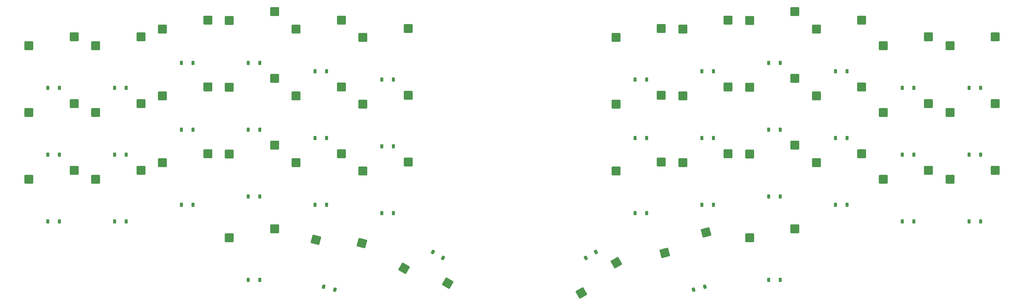
<source format=gbr>
%TF.GenerationSoftware,KiCad,Pcbnew,9.0.6*%
%TF.CreationDate,2025-12-07T00:05:39-06:00*%
%TF.ProjectId,SplitKeyboard,53706c69-744b-4657-9962-6f6172642e6b,rev?*%
%TF.SameCoordinates,Original*%
%TF.FileFunction,Paste,Bot*%
%TF.FilePolarity,Positive*%
%FSLAX46Y46*%
G04 Gerber Fmt 4.6, Leading zero omitted, Abs format (unit mm)*
G04 Created by KiCad (PCBNEW 9.0.6) date 2025-12-07 00:05:39*
%MOMM*%
%LPD*%
G01*
G04 APERTURE LIST*
G04 Aperture macros list*
%AMRoundRect*
0 Rectangle with rounded corners*
0 $1 Rounding radius*
0 $2 $3 $4 $5 $6 $7 $8 $9 X,Y pos of 4 corners*
0 Add a 4 corners polygon primitive as box body*
4,1,4,$2,$3,$4,$5,$6,$7,$8,$9,$2,$3,0*
0 Add four circle primitives for the rounded corners*
1,1,$1+$1,$2,$3*
1,1,$1+$1,$4,$5*
1,1,$1+$1,$6,$7*
1,1,$1+$1,$8,$9*
0 Add four rect primitives between the rounded corners*
20,1,$1+$1,$2,$3,$4,$5,0*
20,1,$1+$1,$4,$5,$6,$7,0*
20,1,$1+$1,$6,$7,$8,$9,0*
20,1,$1+$1,$8,$9,$2,$3,0*%
G04 Aperture macros list end*
%ADD10RoundRect,0.250000X-1.025000X-1.000000X1.025000X-1.000000X1.025000X1.000000X-1.025000X1.000000X0*%
%ADD11RoundRect,0.250000X-1.387676X-0.353525X0.387676X-1.378525X1.387676X0.353525X-0.387676X1.378525X0*%
%ADD12RoundRect,0.250000X-0.387676X-1.378525X1.387676X-0.353525X0.387676X1.378525X-1.387676X0.353525X0*%
%ADD13RoundRect,0.250000X-0.731255X-1.231215X1.248893X-0.700636X0.731255X1.231215X-1.248893X0.700636X0*%
%ADD14RoundRect,0.250000X-1.248893X-0.700636X0.731255X-1.231215X1.248893X0.700636X-0.731255X1.231215X0*%
%ADD15RoundRect,0.225000X0.225000X0.375000X-0.225000X0.375000X-0.225000X-0.375000X0.225000X-0.375000X0*%
%ADD16RoundRect,0.225000X0.007356X0.437260X-0.382356X0.212260X-0.007356X-0.437260X0.382356X-0.212260X0*%
%ADD17RoundRect,0.225000X0.314390X0.303988X-0.120276X0.420456X-0.314390X-0.303988X0.120276X-0.420456X0*%
%ADD18RoundRect,0.225000X0.382356X0.212260X-0.007356X0.437260X-0.382356X-0.212260X0.007356X-0.437260X0*%
%ADD19RoundRect,0.225000X0.120276X0.420456X-0.314390X0.303988X-0.120276X-0.420456X0.314390X-0.303988X0*%
G04 APERTURE END LIST*
D10*
%TO.C,SW22*%
X178430404Y-66347721D03*
X191357404Y-63807721D03*
%TD*%
D11*
%TO.C,SW21*%
X117996710Y-132201545D03*
X130461820Y-136465341D03*
%TD*%
D10*
%TO.C,SW37*%
X235580404Y-102066471D03*
X248507404Y-99526471D03*
%TD*%
%TO.C,SW1*%
X11002500Y-68728750D03*
X23929500Y-66188750D03*
%TD*%
%TO.C,SW36*%
X216530404Y-99685221D03*
X229457404Y-97145221D03*
%TD*%
%TO.C,SW23*%
X197480404Y-63966471D03*
X210407404Y-61426471D03*
%TD*%
%TO.C,SW35*%
X197480404Y-102066471D03*
X210407404Y-99526471D03*
%TD*%
%TO.C,SW16*%
X68152500Y-99685000D03*
X81079500Y-97145000D03*
%TD*%
%TO.C,SW15*%
X49102500Y-102066250D03*
X62029500Y-99526250D03*
%TD*%
%TO.C,SW38*%
X254630404Y-106828971D03*
X267557404Y-104288971D03*
%TD*%
%TO.C,SW9*%
X49102500Y-83016250D03*
X62029500Y-80476250D03*
%TD*%
%TO.C,SW30*%
X216530404Y-80635221D03*
X229457404Y-78095221D03*
%TD*%
%TO.C,SW27*%
X273680404Y-68728971D03*
X286607404Y-66188971D03*
%TD*%
%TO.C,SW26*%
X254630404Y-68728971D03*
X267557404Y-66188971D03*
%TD*%
%TO.C,SW4*%
X68152500Y-61585000D03*
X81079500Y-59045000D03*
%TD*%
%TO.C,SW18*%
X106252500Y-104447500D03*
X119179500Y-101907500D03*
%TD*%
%TO.C,SW42*%
X216530404Y-123497721D03*
X229457404Y-120957721D03*
%TD*%
%TO.C,SW31*%
X235580404Y-83016471D03*
X248507404Y-80476471D03*
%TD*%
%TO.C,SW32*%
X254630404Y-87778971D03*
X267557404Y-85238971D03*
%TD*%
D12*
%TO.C,SW40*%
X168584614Y-139286766D03*
X178509724Y-130623562D03*
%TD*%
D10*
%TO.C,SW39*%
X273680404Y-106828971D03*
X286607404Y-104288971D03*
%TD*%
%TO.C,SW10*%
X68152500Y-80635000D03*
X81079500Y-78095000D03*
%TD*%
%TO.C,SW33*%
X273680404Y-87778971D03*
X286607404Y-85238971D03*
%TD*%
%TO.C,SW14*%
X30052500Y-106828750D03*
X42979500Y-104288750D03*
%TD*%
D13*
%TO.C,SW41*%
X192301919Y-127799252D03*
X204131042Y-122000047D03*
%TD*%
D10*
%TO.C,SW8*%
X30052500Y-87778750D03*
X42979500Y-85238750D03*
%TD*%
%TO.C,SW29*%
X197480404Y-83016471D03*
X210407404Y-80476471D03*
%TD*%
%TO.C,SW17*%
X87202500Y-102066250D03*
X100129500Y-99526250D03*
%TD*%
%TO.C,SW6*%
X106252500Y-66347500D03*
X119179500Y-63807500D03*
%TD*%
%TO.C,SW12*%
X106252500Y-85397500D03*
X119179500Y-82857500D03*
%TD*%
%TO.C,SW28*%
X178430404Y-85397721D03*
X191357404Y-82857721D03*
%TD*%
%TO.C,SW2*%
X30052500Y-68728750D03*
X42979500Y-66188750D03*
%TD*%
%TO.C,SW19*%
X68152500Y-123497500D03*
X81079500Y-120957500D03*
%TD*%
%TO.C,SW7*%
X11002500Y-87778750D03*
X23929500Y-85238750D03*
%TD*%
%TO.C,SW24*%
X216530404Y-61585221D03*
X229457404Y-59045221D03*
%TD*%
%TO.C,SW11*%
X87202500Y-83016250D03*
X100129500Y-80476250D03*
%TD*%
%TO.C,SW13*%
X11002500Y-106828750D03*
X23929500Y-104288750D03*
%TD*%
%TO.C,SW3*%
X49102500Y-63966250D03*
X62029500Y-61426250D03*
%TD*%
%TO.C,SW5*%
X87202500Y-63966250D03*
X100129500Y-61426250D03*
%TD*%
%TO.C,SW25*%
X235580404Y-63966471D03*
X248507404Y-61426471D03*
%TD*%
%TO.C,SW34*%
X178430404Y-104447721D03*
X191357404Y-101907721D03*
%TD*%
D14*
%TO.C,SW20*%
X92863816Y-124131565D03*
X106007739Y-125023868D03*
%TD*%
D15*
%TO.C,D33*%
X282415404Y-99843971D03*
X279115404Y-99843971D03*
%TD*%
%TO.C,D36*%
X225265404Y-111750221D03*
X221965404Y-111750221D03*
%TD*%
%TO.C,D23*%
X206215404Y-76031471D03*
X202915404Y-76031471D03*
%TD*%
%TO.C,D10*%
X76887500Y-92700000D03*
X73587500Y-92700000D03*
%TD*%
%TO.C,D13*%
X19737500Y-118893750D03*
X16437500Y-118893750D03*
%TD*%
%TO.C,D26*%
X263365402Y-80793971D03*
X260065406Y-80793971D03*
%TD*%
D16*
%TO.C,D40*%
X172656845Y-127593971D03*
X169798963Y-129243971D03*
%TD*%
D15*
%TO.C,D38*%
X263365404Y-118893971D03*
X260065404Y-118893971D03*
%TD*%
%TO.C,D29*%
X206215404Y-95081471D03*
X202915404Y-95081471D03*
%TD*%
%TO.C,D39*%
X282415404Y-118893971D03*
X279115404Y-118893971D03*
%TD*%
%TO.C,D35*%
X206215404Y-114131471D03*
X202915404Y-114131471D03*
%TD*%
%TO.C,D16*%
X76887500Y-111750000D03*
X73587500Y-111750000D03*
%TD*%
%TO.C,D24*%
X225265404Y-73650221D03*
X221965404Y-73650221D03*
%TD*%
%TO.C,D28*%
X187165404Y-95081471D03*
X183865404Y-95081471D03*
%TD*%
%TO.C,D14*%
X38787500Y-118893750D03*
X35487500Y-118893750D03*
%TD*%
%TO.C,D18*%
X114987500Y-116512500D03*
X111687500Y-116512500D03*
%TD*%
D17*
%TO.C,D20*%
X98262528Y-138370800D03*
X95074972Y-137516700D03*
%TD*%
D15*
%TO.C,D1*%
X19737500Y-80793750D03*
X16437500Y-80793750D03*
%TD*%
%TO.C,D17*%
X95937500Y-114131250D03*
X92637500Y-114131250D03*
%TD*%
D18*
%TO.C,D21*%
X129053942Y-129243749D03*
X126196058Y-127593751D03*
%TD*%
D15*
%TO.C,D42*%
X225265404Y-135562721D03*
X221965404Y-135562721D03*
%TD*%
D19*
%TO.C,D41*%
X203777931Y-137516919D03*
X200590377Y-138371023D03*
%TD*%
D15*
%TO.C,D9*%
X57837500Y-92700000D03*
X54537500Y-92700000D03*
%TD*%
%TO.C,D12*%
X114987500Y-97462500D03*
X111687500Y-97462500D03*
%TD*%
%TO.C,D5*%
X95937500Y-76031250D03*
X92637500Y-76031250D03*
%TD*%
%TO.C,D4*%
X76887500Y-73650000D03*
X73587500Y-73650000D03*
%TD*%
%TO.C,D6*%
X114987500Y-78412500D03*
X111687500Y-78412500D03*
%TD*%
%TO.C,D7*%
X19737500Y-99843750D03*
X16437500Y-99843750D03*
%TD*%
%TO.C,D31*%
X244315404Y-95081471D03*
X241015404Y-95081471D03*
%TD*%
%TO.C,D37*%
X244315404Y-114131471D03*
X241015404Y-114131471D03*
%TD*%
%TO.C,D19*%
X76887500Y-135562500D03*
X73587500Y-135562500D03*
%TD*%
%TO.C,D8*%
X38787500Y-99843750D03*
X35487500Y-99843750D03*
%TD*%
%TO.C,D2*%
X38787500Y-80793750D03*
X35487500Y-80793750D03*
%TD*%
%TO.C,D15*%
X57837500Y-114131250D03*
X54537500Y-114131250D03*
%TD*%
%TO.C,D22*%
X187165404Y-78412721D03*
X183865404Y-78412721D03*
%TD*%
%TO.C,D32*%
X263365404Y-99843971D03*
X260065404Y-99843971D03*
%TD*%
%TO.C,D11*%
X95937500Y-95081250D03*
X92637500Y-95081250D03*
%TD*%
%TO.C,D30*%
X225265404Y-92700221D03*
X221965404Y-92700221D03*
%TD*%
%TO.C,D25*%
X244315404Y-76031471D03*
X241015404Y-76031471D03*
%TD*%
%TO.C,D27*%
X282415404Y-80793971D03*
X279115404Y-80793971D03*
%TD*%
%TO.C,D34*%
X187165404Y-116512721D03*
X183865404Y-116512721D03*
%TD*%
%TO.C,D3*%
X57837500Y-73650000D03*
X54537500Y-73650000D03*
%TD*%
M02*

</source>
